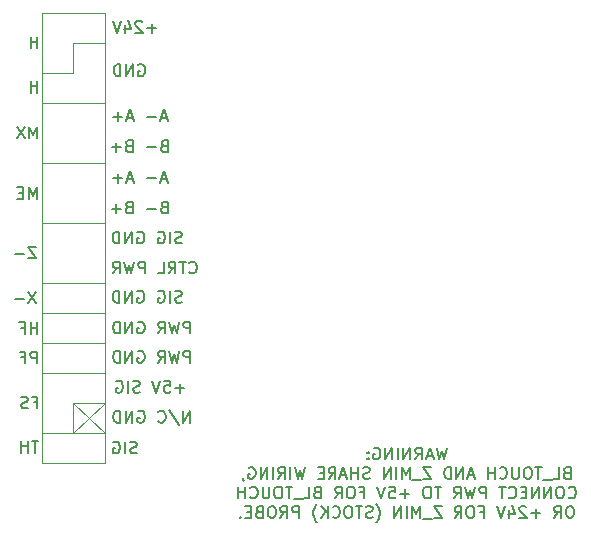
<source format=gbo>
G04 #@! TF.GenerationSoftware,KiCad,Pcbnew,(5.1.9)-1*
G04 #@! TF.CreationDate,2021-04-19T10:33:25-04:00*
G04 #@! TF.ProjectId,Transfer_Board,5472616e-7366-4657-925f-426f6172642e,rev?*
G04 #@! TF.SameCoordinates,Original*
G04 #@! TF.FileFunction,Legend,Bot*
G04 #@! TF.FilePolarity,Positive*
%FSLAX46Y46*%
G04 Gerber Fmt 4.6, Leading zero omitted, Abs format (unit mm)*
G04 Created by KiCad (PCBNEW (5.1.9)-1) date 2021-04-19 10:33:25*
%MOMM*%
%LPD*%
G01*
G04 APERTURE LIST*
%ADD10C,0.150000*%
%ADD11C,0.120000*%
G04 APERTURE END LIST*
D10*
X137873952Y-91465380D02*
X137635857Y-92465380D01*
X137445380Y-91751095D01*
X137254904Y-92465380D01*
X137016809Y-91465380D01*
X136683476Y-92179666D02*
X136207285Y-92179666D01*
X136778714Y-92465380D02*
X136445380Y-91465380D01*
X136112047Y-92465380D01*
X135207285Y-92465380D02*
X135540619Y-91989190D01*
X135778714Y-92465380D02*
X135778714Y-91465380D01*
X135397761Y-91465380D01*
X135302523Y-91513000D01*
X135254904Y-91560619D01*
X135207285Y-91655857D01*
X135207285Y-91798714D01*
X135254904Y-91893952D01*
X135302523Y-91941571D01*
X135397761Y-91989190D01*
X135778714Y-91989190D01*
X134778714Y-92465380D02*
X134778714Y-91465380D01*
X134207285Y-92465380D01*
X134207285Y-91465380D01*
X133731095Y-92465380D02*
X133731095Y-91465380D01*
X133254904Y-92465380D02*
X133254904Y-91465380D01*
X132683476Y-92465380D01*
X132683476Y-91465380D01*
X131683476Y-91513000D02*
X131778714Y-91465380D01*
X131921571Y-91465380D01*
X132064428Y-91513000D01*
X132159666Y-91608238D01*
X132207285Y-91703476D01*
X132254904Y-91893952D01*
X132254904Y-92036809D01*
X132207285Y-92227285D01*
X132159666Y-92322523D01*
X132064428Y-92417761D01*
X131921571Y-92465380D01*
X131826333Y-92465380D01*
X131683476Y-92417761D01*
X131635857Y-92370142D01*
X131635857Y-92036809D01*
X131826333Y-92036809D01*
X131207285Y-92370142D02*
X131159666Y-92417761D01*
X131207285Y-92465380D01*
X131254904Y-92417761D01*
X131207285Y-92370142D01*
X131207285Y-92465380D01*
X131207285Y-91846333D02*
X131159666Y-91893952D01*
X131207285Y-91941571D01*
X131254904Y-91893952D01*
X131207285Y-91846333D01*
X131207285Y-91941571D01*
X148016809Y-93591571D02*
X147873952Y-93639190D01*
X147826333Y-93686809D01*
X147778714Y-93782047D01*
X147778714Y-93924904D01*
X147826333Y-94020142D01*
X147873952Y-94067761D01*
X147969190Y-94115380D01*
X148350142Y-94115380D01*
X148350142Y-93115380D01*
X148016809Y-93115380D01*
X147921571Y-93163000D01*
X147873952Y-93210619D01*
X147826333Y-93305857D01*
X147826333Y-93401095D01*
X147873952Y-93496333D01*
X147921571Y-93543952D01*
X148016809Y-93591571D01*
X148350142Y-93591571D01*
X146873952Y-94115380D02*
X147350142Y-94115380D01*
X147350142Y-93115380D01*
X146778714Y-94210619D02*
X146016809Y-94210619D01*
X145921571Y-93115380D02*
X145350142Y-93115380D01*
X145635857Y-94115380D02*
X145635857Y-93115380D01*
X144826333Y-93115380D02*
X144635857Y-93115380D01*
X144540619Y-93163000D01*
X144445380Y-93258238D01*
X144397761Y-93448714D01*
X144397761Y-93782047D01*
X144445380Y-93972523D01*
X144540619Y-94067761D01*
X144635857Y-94115380D01*
X144826333Y-94115380D01*
X144921571Y-94067761D01*
X145016809Y-93972523D01*
X145064428Y-93782047D01*
X145064428Y-93448714D01*
X145016809Y-93258238D01*
X144921571Y-93163000D01*
X144826333Y-93115380D01*
X143969190Y-93115380D02*
X143969190Y-93924904D01*
X143921571Y-94020142D01*
X143873952Y-94067761D01*
X143778714Y-94115380D01*
X143588238Y-94115380D01*
X143493000Y-94067761D01*
X143445380Y-94020142D01*
X143397761Y-93924904D01*
X143397761Y-93115380D01*
X142350142Y-94020142D02*
X142397761Y-94067761D01*
X142540619Y-94115380D01*
X142635857Y-94115380D01*
X142778714Y-94067761D01*
X142873952Y-93972523D01*
X142921571Y-93877285D01*
X142969190Y-93686809D01*
X142969190Y-93543952D01*
X142921571Y-93353476D01*
X142873952Y-93258238D01*
X142778714Y-93163000D01*
X142635857Y-93115380D01*
X142540619Y-93115380D01*
X142397761Y-93163000D01*
X142350142Y-93210619D01*
X141921571Y-94115380D02*
X141921571Y-93115380D01*
X141921571Y-93591571D02*
X141350142Y-93591571D01*
X141350142Y-94115380D02*
X141350142Y-93115380D01*
X140159666Y-93829666D02*
X139683476Y-93829666D01*
X140254904Y-94115380D02*
X139921571Y-93115380D01*
X139588238Y-94115380D01*
X139254904Y-94115380D02*
X139254904Y-93115380D01*
X138683476Y-94115380D01*
X138683476Y-93115380D01*
X138207285Y-94115380D02*
X138207285Y-93115380D01*
X137969190Y-93115380D01*
X137826333Y-93163000D01*
X137731095Y-93258238D01*
X137683476Y-93353476D01*
X137635857Y-93543952D01*
X137635857Y-93686809D01*
X137683476Y-93877285D01*
X137731095Y-93972523D01*
X137826333Y-94067761D01*
X137969190Y-94115380D01*
X138207285Y-94115380D01*
X136540619Y-93115380D02*
X135873952Y-93115380D01*
X136540619Y-94115380D01*
X135873952Y-94115380D01*
X135731095Y-94210619D02*
X134969190Y-94210619D01*
X134731095Y-94115380D02*
X134731095Y-93115380D01*
X134397761Y-93829666D01*
X134064428Y-93115380D01*
X134064428Y-94115380D01*
X133588238Y-94115380D02*
X133588238Y-93115380D01*
X133112047Y-94115380D02*
X133112047Y-93115380D01*
X132540619Y-94115380D01*
X132540619Y-93115380D01*
X131350142Y-94067761D02*
X131207285Y-94115380D01*
X130969190Y-94115380D01*
X130873952Y-94067761D01*
X130826333Y-94020142D01*
X130778714Y-93924904D01*
X130778714Y-93829666D01*
X130826333Y-93734428D01*
X130873952Y-93686809D01*
X130969190Y-93639190D01*
X131159666Y-93591571D01*
X131254904Y-93543952D01*
X131302523Y-93496333D01*
X131350142Y-93401095D01*
X131350142Y-93305857D01*
X131302523Y-93210619D01*
X131254904Y-93163000D01*
X131159666Y-93115380D01*
X130921571Y-93115380D01*
X130778714Y-93163000D01*
X130350142Y-94115380D02*
X130350142Y-93115380D01*
X130350142Y-93591571D02*
X129778714Y-93591571D01*
X129778714Y-94115380D02*
X129778714Y-93115380D01*
X129350142Y-93829666D02*
X128873952Y-93829666D01*
X129445380Y-94115380D02*
X129112047Y-93115380D01*
X128778714Y-94115380D01*
X127873952Y-94115380D02*
X128207285Y-93639190D01*
X128445380Y-94115380D02*
X128445380Y-93115380D01*
X128064428Y-93115380D01*
X127969190Y-93163000D01*
X127921571Y-93210619D01*
X127873952Y-93305857D01*
X127873952Y-93448714D01*
X127921571Y-93543952D01*
X127969190Y-93591571D01*
X128064428Y-93639190D01*
X128445380Y-93639190D01*
X127445380Y-93591571D02*
X127112047Y-93591571D01*
X126969190Y-94115380D02*
X127445380Y-94115380D01*
X127445380Y-93115380D01*
X126969190Y-93115380D01*
X125873952Y-93115380D02*
X125635857Y-94115380D01*
X125445380Y-93401095D01*
X125254904Y-94115380D01*
X125016809Y-93115380D01*
X124635857Y-94115380D02*
X124635857Y-93115380D01*
X123588238Y-94115380D02*
X123921571Y-93639190D01*
X124159666Y-94115380D02*
X124159666Y-93115380D01*
X123778714Y-93115380D01*
X123683476Y-93163000D01*
X123635857Y-93210619D01*
X123588238Y-93305857D01*
X123588238Y-93448714D01*
X123635857Y-93543952D01*
X123683476Y-93591571D01*
X123778714Y-93639190D01*
X124159666Y-93639190D01*
X123159666Y-94115380D02*
X123159666Y-93115380D01*
X122683476Y-94115380D02*
X122683476Y-93115380D01*
X122112047Y-94115380D01*
X122112047Y-93115380D01*
X121112047Y-93163000D02*
X121207285Y-93115380D01*
X121350142Y-93115380D01*
X121493000Y-93163000D01*
X121588238Y-93258238D01*
X121635857Y-93353476D01*
X121683476Y-93543952D01*
X121683476Y-93686809D01*
X121635857Y-93877285D01*
X121588238Y-93972523D01*
X121493000Y-94067761D01*
X121350142Y-94115380D01*
X121254904Y-94115380D01*
X121112047Y-94067761D01*
X121064428Y-94020142D01*
X121064428Y-93686809D01*
X121254904Y-93686809D01*
X120588238Y-94067761D02*
X120588238Y-94115380D01*
X120635857Y-94210619D01*
X120683476Y-94258238D01*
X148183476Y-95670142D02*
X148231095Y-95717761D01*
X148373952Y-95765380D01*
X148469190Y-95765380D01*
X148612047Y-95717761D01*
X148707285Y-95622523D01*
X148754904Y-95527285D01*
X148802523Y-95336809D01*
X148802523Y-95193952D01*
X148754904Y-95003476D01*
X148707285Y-94908238D01*
X148612047Y-94813000D01*
X148469190Y-94765380D01*
X148373952Y-94765380D01*
X148231095Y-94813000D01*
X148183476Y-94860619D01*
X147564428Y-94765380D02*
X147373952Y-94765380D01*
X147278714Y-94813000D01*
X147183476Y-94908238D01*
X147135857Y-95098714D01*
X147135857Y-95432047D01*
X147183476Y-95622523D01*
X147278714Y-95717761D01*
X147373952Y-95765380D01*
X147564428Y-95765380D01*
X147659666Y-95717761D01*
X147754904Y-95622523D01*
X147802523Y-95432047D01*
X147802523Y-95098714D01*
X147754904Y-94908238D01*
X147659666Y-94813000D01*
X147564428Y-94765380D01*
X146707285Y-95765380D02*
X146707285Y-94765380D01*
X146135857Y-95765380D01*
X146135857Y-94765380D01*
X145659666Y-95765380D02*
X145659666Y-94765380D01*
X145088238Y-95765380D01*
X145088238Y-94765380D01*
X144612047Y-95241571D02*
X144278714Y-95241571D01*
X144135857Y-95765380D02*
X144612047Y-95765380D01*
X144612047Y-94765380D01*
X144135857Y-94765380D01*
X143135857Y-95670142D02*
X143183476Y-95717761D01*
X143326333Y-95765380D01*
X143421571Y-95765380D01*
X143564428Y-95717761D01*
X143659666Y-95622523D01*
X143707285Y-95527285D01*
X143754904Y-95336809D01*
X143754904Y-95193952D01*
X143707285Y-95003476D01*
X143659666Y-94908238D01*
X143564428Y-94813000D01*
X143421571Y-94765380D01*
X143326333Y-94765380D01*
X143183476Y-94813000D01*
X143135857Y-94860619D01*
X142850142Y-94765380D02*
X142278714Y-94765380D01*
X142564428Y-95765380D02*
X142564428Y-94765380D01*
X141183476Y-95765380D02*
X141183476Y-94765380D01*
X140802523Y-94765380D01*
X140707285Y-94813000D01*
X140659666Y-94860619D01*
X140612047Y-94955857D01*
X140612047Y-95098714D01*
X140659666Y-95193952D01*
X140707285Y-95241571D01*
X140802523Y-95289190D01*
X141183476Y-95289190D01*
X140278714Y-94765380D02*
X140040619Y-95765380D01*
X139850142Y-95051095D01*
X139659666Y-95765380D01*
X139421571Y-94765380D01*
X138469190Y-95765380D02*
X138802523Y-95289190D01*
X139040619Y-95765380D02*
X139040619Y-94765380D01*
X138659666Y-94765380D01*
X138564428Y-94813000D01*
X138516809Y-94860619D01*
X138469190Y-94955857D01*
X138469190Y-95098714D01*
X138516809Y-95193952D01*
X138564428Y-95241571D01*
X138659666Y-95289190D01*
X139040619Y-95289190D01*
X137421571Y-94765380D02*
X136850142Y-94765380D01*
X137135857Y-95765380D02*
X137135857Y-94765380D01*
X136326333Y-94765380D02*
X136135857Y-94765380D01*
X136040619Y-94813000D01*
X135945380Y-94908238D01*
X135897761Y-95098714D01*
X135897761Y-95432047D01*
X135945380Y-95622523D01*
X136040619Y-95717761D01*
X136135857Y-95765380D01*
X136326333Y-95765380D01*
X136421571Y-95717761D01*
X136516809Y-95622523D01*
X136564428Y-95432047D01*
X136564428Y-95098714D01*
X136516809Y-94908238D01*
X136421571Y-94813000D01*
X136326333Y-94765380D01*
X134707285Y-95384428D02*
X133945380Y-95384428D01*
X134326333Y-95765380D02*
X134326333Y-95003476D01*
X132993000Y-94765380D02*
X133469190Y-94765380D01*
X133516809Y-95241571D01*
X133469190Y-95193952D01*
X133373952Y-95146333D01*
X133135857Y-95146333D01*
X133040619Y-95193952D01*
X132993000Y-95241571D01*
X132945380Y-95336809D01*
X132945380Y-95574904D01*
X132993000Y-95670142D01*
X133040619Y-95717761D01*
X133135857Y-95765380D01*
X133373952Y-95765380D01*
X133469190Y-95717761D01*
X133516809Y-95670142D01*
X132659666Y-94765380D02*
X132326333Y-95765380D01*
X131993000Y-94765380D01*
X130564428Y-95241571D02*
X130897761Y-95241571D01*
X130897761Y-95765380D02*
X130897761Y-94765380D01*
X130421571Y-94765380D01*
X129850142Y-94765380D02*
X129659666Y-94765380D01*
X129564428Y-94813000D01*
X129469190Y-94908238D01*
X129421571Y-95098714D01*
X129421571Y-95432047D01*
X129469190Y-95622523D01*
X129564428Y-95717761D01*
X129659666Y-95765380D01*
X129850142Y-95765380D01*
X129945380Y-95717761D01*
X130040619Y-95622523D01*
X130088238Y-95432047D01*
X130088238Y-95098714D01*
X130040619Y-94908238D01*
X129945380Y-94813000D01*
X129850142Y-94765380D01*
X128421571Y-95765380D02*
X128754904Y-95289190D01*
X128993000Y-95765380D02*
X128993000Y-94765380D01*
X128612047Y-94765380D01*
X128516809Y-94813000D01*
X128469190Y-94860619D01*
X128421571Y-94955857D01*
X128421571Y-95098714D01*
X128469190Y-95193952D01*
X128516809Y-95241571D01*
X128612047Y-95289190D01*
X128993000Y-95289190D01*
X126897761Y-95241571D02*
X126754904Y-95289190D01*
X126707285Y-95336809D01*
X126659666Y-95432047D01*
X126659666Y-95574904D01*
X126707285Y-95670142D01*
X126754904Y-95717761D01*
X126850142Y-95765380D01*
X127231095Y-95765380D01*
X127231095Y-94765380D01*
X126897761Y-94765380D01*
X126802523Y-94813000D01*
X126754904Y-94860619D01*
X126707285Y-94955857D01*
X126707285Y-95051095D01*
X126754904Y-95146333D01*
X126802523Y-95193952D01*
X126897761Y-95241571D01*
X127231095Y-95241571D01*
X125754904Y-95765380D02*
X126231095Y-95765380D01*
X126231095Y-94765380D01*
X125659666Y-95860619D02*
X124897761Y-95860619D01*
X124802523Y-94765380D02*
X124231095Y-94765380D01*
X124516809Y-95765380D02*
X124516809Y-94765380D01*
X123707285Y-94765380D02*
X123516809Y-94765380D01*
X123421571Y-94813000D01*
X123326333Y-94908238D01*
X123278714Y-95098714D01*
X123278714Y-95432047D01*
X123326333Y-95622523D01*
X123421571Y-95717761D01*
X123516809Y-95765380D01*
X123707285Y-95765380D01*
X123802523Y-95717761D01*
X123897761Y-95622523D01*
X123945380Y-95432047D01*
X123945380Y-95098714D01*
X123897761Y-94908238D01*
X123802523Y-94813000D01*
X123707285Y-94765380D01*
X122850142Y-94765380D02*
X122850142Y-95574904D01*
X122802523Y-95670142D01*
X122754904Y-95717761D01*
X122659666Y-95765380D01*
X122469190Y-95765380D01*
X122373952Y-95717761D01*
X122326333Y-95670142D01*
X122278714Y-95574904D01*
X122278714Y-94765380D01*
X121231095Y-95670142D02*
X121278714Y-95717761D01*
X121421571Y-95765380D01*
X121516809Y-95765380D01*
X121659666Y-95717761D01*
X121754904Y-95622523D01*
X121802523Y-95527285D01*
X121850142Y-95336809D01*
X121850142Y-95193952D01*
X121802523Y-95003476D01*
X121754904Y-94908238D01*
X121659666Y-94813000D01*
X121516809Y-94765380D01*
X121421571Y-94765380D01*
X121278714Y-94813000D01*
X121231095Y-94860619D01*
X120802523Y-95765380D02*
X120802523Y-94765380D01*
X120802523Y-95241571D02*
X120231095Y-95241571D01*
X120231095Y-95765380D02*
X120231095Y-94765380D01*
X148397761Y-96415380D02*
X148207285Y-96415380D01*
X148112047Y-96463000D01*
X148016809Y-96558238D01*
X147969190Y-96748714D01*
X147969190Y-97082047D01*
X148016809Y-97272523D01*
X148112047Y-97367761D01*
X148207285Y-97415380D01*
X148397761Y-97415380D01*
X148493000Y-97367761D01*
X148588238Y-97272523D01*
X148635857Y-97082047D01*
X148635857Y-96748714D01*
X148588238Y-96558238D01*
X148493000Y-96463000D01*
X148397761Y-96415380D01*
X146969190Y-97415380D02*
X147302523Y-96939190D01*
X147540619Y-97415380D02*
X147540619Y-96415380D01*
X147159666Y-96415380D01*
X147064428Y-96463000D01*
X147016809Y-96510619D01*
X146969190Y-96605857D01*
X146969190Y-96748714D01*
X147016809Y-96843952D01*
X147064428Y-96891571D01*
X147159666Y-96939190D01*
X147540619Y-96939190D01*
X145778714Y-97034428D02*
X145016809Y-97034428D01*
X145397761Y-97415380D02*
X145397761Y-96653476D01*
X144588238Y-96510619D02*
X144540619Y-96463000D01*
X144445380Y-96415380D01*
X144207285Y-96415380D01*
X144112047Y-96463000D01*
X144064428Y-96510619D01*
X144016809Y-96605857D01*
X144016809Y-96701095D01*
X144064428Y-96843952D01*
X144635857Y-97415380D01*
X144016809Y-97415380D01*
X143159666Y-96748714D02*
X143159666Y-97415380D01*
X143397761Y-96367761D02*
X143635857Y-97082047D01*
X143016809Y-97082047D01*
X142778714Y-96415380D02*
X142445380Y-97415380D01*
X142112047Y-96415380D01*
X140683476Y-96891571D02*
X141016809Y-96891571D01*
X141016809Y-97415380D02*
X141016809Y-96415380D01*
X140540619Y-96415380D01*
X139969190Y-96415380D02*
X139778714Y-96415380D01*
X139683476Y-96463000D01*
X139588238Y-96558238D01*
X139540619Y-96748714D01*
X139540619Y-97082047D01*
X139588238Y-97272523D01*
X139683476Y-97367761D01*
X139778714Y-97415380D01*
X139969190Y-97415380D01*
X140064428Y-97367761D01*
X140159666Y-97272523D01*
X140207285Y-97082047D01*
X140207285Y-96748714D01*
X140159666Y-96558238D01*
X140064428Y-96463000D01*
X139969190Y-96415380D01*
X138540619Y-97415380D02*
X138873952Y-96939190D01*
X139112047Y-97415380D02*
X139112047Y-96415380D01*
X138731095Y-96415380D01*
X138635857Y-96463000D01*
X138588238Y-96510619D01*
X138540619Y-96605857D01*
X138540619Y-96748714D01*
X138588238Y-96843952D01*
X138635857Y-96891571D01*
X138731095Y-96939190D01*
X139112047Y-96939190D01*
X137445380Y-96415380D02*
X136778714Y-96415380D01*
X137445380Y-97415380D01*
X136778714Y-97415380D01*
X136635857Y-97510619D02*
X135873952Y-97510619D01*
X135635857Y-97415380D02*
X135635857Y-96415380D01*
X135302523Y-97129666D01*
X134969190Y-96415380D01*
X134969190Y-97415380D01*
X134493000Y-97415380D02*
X134493000Y-96415380D01*
X134016809Y-97415380D02*
X134016809Y-96415380D01*
X133445380Y-97415380D01*
X133445380Y-96415380D01*
X131921571Y-97796333D02*
X131969190Y-97748714D01*
X132064428Y-97605857D01*
X132112047Y-97510619D01*
X132159666Y-97367761D01*
X132207285Y-97129666D01*
X132207285Y-96939190D01*
X132159666Y-96701095D01*
X132112047Y-96558238D01*
X132064428Y-96463000D01*
X131969190Y-96320142D01*
X131921571Y-96272523D01*
X131588238Y-97367761D02*
X131445380Y-97415380D01*
X131207285Y-97415380D01*
X131112047Y-97367761D01*
X131064428Y-97320142D01*
X131016809Y-97224904D01*
X131016809Y-97129666D01*
X131064428Y-97034428D01*
X131112047Y-96986809D01*
X131207285Y-96939190D01*
X131397761Y-96891571D01*
X131493000Y-96843952D01*
X131540619Y-96796333D01*
X131588238Y-96701095D01*
X131588238Y-96605857D01*
X131540619Y-96510619D01*
X131493000Y-96463000D01*
X131397761Y-96415380D01*
X131159666Y-96415380D01*
X131016809Y-96463000D01*
X130731095Y-96415380D02*
X130159666Y-96415380D01*
X130445380Y-97415380D02*
X130445380Y-96415380D01*
X129635857Y-96415380D02*
X129445380Y-96415380D01*
X129350142Y-96463000D01*
X129254904Y-96558238D01*
X129207285Y-96748714D01*
X129207285Y-97082047D01*
X129254904Y-97272523D01*
X129350142Y-97367761D01*
X129445380Y-97415380D01*
X129635857Y-97415380D01*
X129731095Y-97367761D01*
X129826333Y-97272523D01*
X129873952Y-97082047D01*
X129873952Y-96748714D01*
X129826333Y-96558238D01*
X129731095Y-96463000D01*
X129635857Y-96415380D01*
X128207285Y-97320142D02*
X128254904Y-97367761D01*
X128397761Y-97415380D01*
X128493000Y-97415380D01*
X128635857Y-97367761D01*
X128731095Y-97272523D01*
X128778714Y-97177285D01*
X128826333Y-96986809D01*
X128826333Y-96843952D01*
X128778714Y-96653476D01*
X128731095Y-96558238D01*
X128635857Y-96463000D01*
X128493000Y-96415380D01*
X128397761Y-96415380D01*
X128254904Y-96463000D01*
X128207285Y-96510619D01*
X127778714Y-97415380D02*
X127778714Y-96415380D01*
X127207285Y-97415380D02*
X127635857Y-96843952D01*
X127207285Y-96415380D02*
X127778714Y-96986809D01*
X126873952Y-97796333D02*
X126826333Y-97748714D01*
X126731095Y-97605857D01*
X126683476Y-97510619D01*
X126635857Y-97367761D01*
X126588238Y-97129666D01*
X126588238Y-96939190D01*
X126635857Y-96701095D01*
X126683476Y-96558238D01*
X126731095Y-96463000D01*
X126826333Y-96320142D01*
X126873952Y-96272523D01*
X125350142Y-97415380D02*
X125350142Y-96415380D01*
X124969190Y-96415380D01*
X124873952Y-96463000D01*
X124826333Y-96510619D01*
X124778714Y-96605857D01*
X124778714Y-96748714D01*
X124826333Y-96843952D01*
X124873952Y-96891571D01*
X124969190Y-96939190D01*
X125350142Y-96939190D01*
X123778714Y-97415380D02*
X124112047Y-96939190D01*
X124350142Y-97415380D02*
X124350142Y-96415380D01*
X123969190Y-96415380D01*
X123873952Y-96463000D01*
X123826333Y-96510619D01*
X123778714Y-96605857D01*
X123778714Y-96748714D01*
X123826333Y-96843952D01*
X123873952Y-96891571D01*
X123969190Y-96939190D01*
X124350142Y-96939190D01*
X123159666Y-96415380D02*
X122969190Y-96415380D01*
X122873952Y-96463000D01*
X122778714Y-96558238D01*
X122731095Y-96748714D01*
X122731095Y-97082047D01*
X122778714Y-97272523D01*
X122873952Y-97367761D01*
X122969190Y-97415380D01*
X123159666Y-97415380D01*
X123254904Y-97367761D01*
X123350142Y-97272523D01*
X123397761Y-97082047D01*
X123397761Y-96748714D01*
X123350142Y-96558238D01*
X123254904Y-96463000D01*
X123159666Y-96415380D01*
X121969190Y-96891571D02*
X121826333Y-96939190D01*
X121778714Y-96986809D01*
X121731095Y-97082047D01*
X121731095Y-97224904D01*
X121778714Y-97320142D01*
X121826333Y-97367761D01*
X121921571Y-97415380D01*
X122302523Y-97415380D01*
X122302523Y-96415380D01*
X121969190Y-96415380D01*
X121873952Y-96463000D01*
X121826333Y-96510619D01*
X121778714Y-96605857D01*
X121778714Y-96701095D01*
X121826333Y-96796333D01*
X121873952Y-96843952D01*
X121969190Y-96891571D01*
X122302523Y-96891571D01*
X121302523Y-96891571D02*
X120969190Y-96891571D01*
X120826333Y-97415380D02*
X121302523Y-97415380D01*
X121302523Y-96415380D01*
X120826333Y-96415380D01*
X120397761Y-97320142D02*
X120350142Y-97367761D01*
X120397761Y-97415380D01*
X120445380Y-97367761D01*
X120397761Y-97320142D01*
X120397761Y-97415380D01*
X115656952Y-86431428D02*
X114895047Y-86431428D01*
X115276000Y-86812380D02*
X115276000Y-86050476D01*
X113942666Y-85812380D02*
X114418857Y-85812380D01*
X114466476Y-86288571D01*
X114418857Y-86240952D01*
X114323619Y-86193333D01*
X114085523Y-86193333D01*
X113990285Y-86240952D01*
X113942666Y-86288571D01*
X113895047Y-86383809D01*
X113895047Y-86621904D01*
X113942666Y-86717142D01*
X113990285Y-86764761D01*
X114085523Y-86812380D01*
X114323619Y-86812380D01*
X114418857Y-86764761D01*
X114466476Y-86717142D01*
X113609333Y-85812380D02*
X113276000Y-86812380D01*
X112942666Y-85812380D01*
X111895047Y-86764761D02*
X111752190Y-86812380D01*
X111514095Y-86812380D01*
X111418857Y-86764761D01*
X111371238Y-86717142D01*
X111323619Y-86621904D01*
X111323619Y-86526666D01*
X111371238Y-86431428D01*
X111418857Y-86383809D01*
X111514095Y-86336190D01*
X111704571Y-86288571D01*
X111799809Y-86240952D01*
X111847428Y-86193333D01*
X111895047Y-86098095D01*
X111895047Y-86002857D01*
X111847428Y-85907619D01*
X111799809Y-85860000D01*
X111704571Y-85812380D01*
X111466476Y-85812380D01*
X111323619Y-85860000D01*
X110895047Y-86812380D02*
X110895047Y-85812380D01*
X109895047Y-85860000D02*
X109990285Y-85812380D01*
X110133142Y-85812380D01*
X110276000Y-85860000D01*
X110371238Y-85955238D01*
X110418857Y-86050476D01*
X110466476Y-86240952D01*
X110466476Y-86383809D01*
X110418857Y-86574285D01*
X110371238Y-86669523D01*
X110276000Y-86764761D01*
X110133142Y-86812380D01*
X110037904Y-86812380D01*
X109895047Y-86764761D01*
X109847428Y-86717142D01*
X109847428Y-86383809D01*
X110037904Y-86383809D01*
X116117285Y-89352380D02*
X116117285Y-88352380D01*
X115545857Y-89352380D01*
X115545857Y-88352380D01*
X114355380Y-88304761D02*
X115212523Y-89590476D01*
X113450619Y-89257142D02*
X113498238Y-89304761D01*
X113641095Y-89352380D01*
X113736333Y-89352380D01*
X113879190Y-89304761D01*
X113974428Y-89209523D01*
X114022047Y-89114285D01*
X114069666Y-88923809D01*
X114069666Y-88780952D01*
X114022047Y-88590476D01*
X113974428Y-88495238D01*
X113879190Y-88400000D01*
X113736333Y-88352380D01*
X113641095Y-88352380D01*
X113498238Y-88400000D01*
X113450619Y-88447619D01*
X111736333Y-88400000D02*
X111831571Y-88352380D01*
X111974428Y-88352380D01*
X112117285Y-88400000D01*
X112212523Y-88495238D01*
X112260142Y-88590476D01*
X112307761Y-88780952D01*
X112307761Y-88923809D01*
X112260142Y-89114285D01*
X112212523Y-89209523D01*
X112117285Y-89304761D01*
X111974428Y-89352380D01*
X111879190Y-89352380D01*
X111736333Y-89304761D01*
X111688714Y-89257142D01*
X111688714Y-88923809D01*
X111879190Y-88923809D01*
X111260142Y-89352380D02*
X111260142Y-88352380D01*
X110688714Y-89352380D01*
X110688714Y-88352380D01*
X110212523Y-89352380D02*
X110212523Y-88352380D01*
X109974428Y-88352380D01*
X109831571Y-88400000D01*
X109736333Y-88495238D01*
X109688714Y-88590476D01*
X109641095Y-88780952D01*
X109641095Y-88923809D01*
X109688714Y-89114285D01*
X109736333Y-89209523D01*
X109831571Y-89304761D01*
X109974428Y-89352380D01*
X110212523Y-89352380D01*
X111640809Y-91908261D02*
X111497952Y-91955880D01*
X111259857Y-91955880D01*
X111164619Y-91908261D01*
X111117000Y-91860642D01*
X111069380Y-91765404D01*
X111069380Y-91670166D01*
X111117000Y-91574928D01*
X111164619Y-91527309D01*
X111259857Y-91479690D01*
X111450333Y-91432071D01*
X111545571Y-91384452D01*
X111593190Y-91336833D01*
X111640809Y-91241595D01*
X111640809Y-91146357D01*
X111593190Y-91051119D01*
X111545571Y-91003500D01*
X111450333Y-90955880D01*
X111212238Y-90955880D01*
X111069380Y-91003500D01*
X110640809Y-91955880D02*
X110640809Y-90955880D01*
X109640809Y-91003500D02*
X109736047Y-90955880D01*
X109878904Y-90955880D01*
X110021761Y-91003500D01*
X110117000Y-91098738D01*
X110164619Y-91193976D01*
X110212238Y-91384452D01*
X110212238Y-91527309D01*
X110164619Y-91717785D01*
X110117000Y-91813023D01*
X110021761Y-91908261D01*
X109878904Y-91955880D01*
X109783666Y-91955880D01*
X109640809Y-91908261D01*
X109593190Y-91860642D01*
X109593190Y-91527309D01*
X109783666Y-91527309D01*
X116141095Y-84272380D02*
X116141095Y-83272380D01*
X115760142Y-83272380D01*
X115664904Y-83320000D01*
X115617285Y-83367619D01*
X115569666Y-83462857D01*
X115569666Y-83605714D01*
X115617285Y-83700952D01*
X115664904Y-83748571D01*
X115760142Y-83796190D01*
X116141095Y-83796190D01*
X115236333Y-83272380D02*
X114998238Y-84272380D01*
X114807761Y-83558095D01*
X114617285Y-84272380D01*
X114379190Y-83272380D01*
X113426809Y-84272380D02*
X113760142Y-83796190D01*
X113998238Y-84272380D02*
X113998238Y-83272380D01*
X113617285Y-83272380D01*
X113522047Y-83320000D01*
X113474428Y-83367619D01*
X113426809Y-83462857D01*
X113426809Y-83605714D01*
X113474428Y-83700952D01*
X113522047Y-83748571D01*
X113617285Y-83796190D01*
X113998238Y-83796190D01*
X111712523Y-83320000D02*
X111807761Y-83272380D01*
X111950619Y-83272380D01*
X112093476Y-83320000D01*
X112188714Y-83415238D01*
X112236333Y-83510476D01*
X112283952Y-83700952D01*
X112283952Y-83843809D01*
X112236333Y-84034285D01*
X112188714Y-84129523D01*
X112093476Y-84224761D01*
X111950619Y-84272380D01*
X111855380Y-84272380D01*
X111712523Y-84224761D01*
X111664904Y-84177142D01*
X111664904Y-83843809D01*
X111855380Y-83843809D01*
X111236333Y-84272380D02*
X111236333Y-83272380D01*
X110664904Y-84272380D01*
X110664904Y-83272380D01*
X110188714Y-84272380D02*
X110188714Y-83272380D01*
X109950619Y-83272380D01*
X109807761Y-83320000D01*
X109712523Y-83415238D01*
X109664904Y-83510476D01*
X109617285Y-83700952D01*
X109617285Y-83843809D01*
X109664904Y-84034285D01*
X109712523Y-84129523D01*
X109807761Y-84224761D01*
X109950619Y-84272380D01*
X110188714Y-84272380D01*
X116141095Y-81795880D02*
X116141095Y-80795880D01*
X115760142Y-80795880D01*
X115664904Y-80843500D01*
X115617285Y-80891119D01*
X115569666Y-80986357D01*
X115569666Y-81129214D01*
X115617285Y-81224452D01*
X115664904Y-81272071D01*
X115760142Y-81319690D01*
X116141095Y-81319690D01*
X115236333Y-80795880D02*
X114998238Y-81795880D01*
X114807761Y-81081595D01*
X114617285Y-81795880D01*
X114379190Y-80795880D01*
X113426809Y-81795880D02*
X113760142Y-81319690D01*
X113998238Y-81795880D02*
X113998238Y-80795880D01*
X113617285Y-80795880D01*
X113522047Y-80843500D01*
X113474428Y-80891119D01*
X113426809Y-80986357D01*
X113426809Y-81129214D01*
X113474428Y-81224452D01*
X113522047Y-81272071D01*
X113617285Y-81319690D01*
X113998238Y-81319690D01*
X111712523Y-80843500D02*
X111807761Y-80795880D01*
X111950619Y-80795880D01*
X112093476Y-80843500D01*
X112188714Y-80938738D01*
X112236333Y-81033976D01*
X112283952Y-81224452D01*
X112283952Y-81367309D01*
X112236333Y-81557785D01*
X112188714Y-81653023D01*
X112093476Y-81748261D01*
X111950619Y-81795880D01*
X111855380Y-81795880D01*
X111712523Y-81748261D01*
X111664904Y-81700642D01*
X111664904Y-81367309D01*
X111855380Y-81367309D01*
X111236333Y-81795880D02*
X111236333Y-80795880D01*
X110664904Y-81795880D01*
X110664904Y-80795880D01*
X110188714Y-81795880D02*
X110188714Y-80795880D01*
X109950619Y-80795880D01*
X109807761Y-80843500D01*
X109712523Y-80938738D01*
X109664904Y-81033976D01*
X109617285Y-81224452D01*
X109617285Y-81367309D01*
X109664904Y-81557785D01*
X109712523Y-81653023D01*
X109807761Y-81748261D01*
X109950619Y-81795880D01*
X110188714Y-81795880D01*
X115450571Y-79144761D02*
X115307714Y-79192380D01*
X115069619Y-79192380D01*
X114974380Y-79144761D01*
X114926761Y-79097142D01*
X114879142Y-79001904D01*
X114879142Y-78906666D01*
X114926761Y-78811428D01*
X114974380Y-78763809D01*
X115069619Y-78716190D01*
X115260095Y-78668571D01*
X115355333Y-78620952D01*
X115402952Y-78573333D01*
X115450571Y-78478095D01*
X115450571Y-78382857D01*
X115402952Y-78287619D01*
X115355333Y-78240000D01*
X115260095Y-78192380D01*
X115022000Y-78192380D01*
X114879142Y-78240000D01*
X114450571Y-79192380D02*
X114450571Y-78192380D01*
X113450571Y-78240000D02*
X113545809Y-78192380D01*
X113688666Y-78192380D01*
X113831523Y-78240000D01*
X113926761Y-78335238D01*
X113974380Y-78430476D01*
X114022000Y-78620952D01*
X114022000Y-78763809D01*
X113974380Y-78954285D01*
X113926761Y-79049523D01*
X113831523Y-79144761D01*
X113688666Y-79192380D01*
X113593428Y-79192380D01*
X113450571Y-79144761D01*
X113402952Y-79097142D01*
X113402952Y-78763809D01*
X113593428Y-78763809D01*
X111688666Y-78240000D02*
X111783904Y-78192380D01*
X111926761Y-78192380D01*
X112069619Y-78240000D01*
X112164857Y-78335238D01*
X112212476Y-78430476D01*
X112260095Y-78620952D01*
X112260095Y-78763809D01*
X112212476Y-78954285D01*
X112164857Y-79049523D01*
X112069619Y-79144761D01*
X111926761Y-79192380D01*
X111831523Y-79192380D01*
X111688666Y-79144761D01*
X111641047Y-79097142D01*
X111641047Y-78763809D01*
X111831523Y-78763809D01*
X111212476Y-79192380D02*
X111212476Y-78192380D01*
X110641047Y-79192380D01*
X110641047Y-78192380D01*
X110164857Y-79192380D02*
X110164857Y-78192380D01*
X109926761Y-78192380D01*
X109783904Y-78240000D01*
X109688666Y-78335238D01*
X109641047Y-78430476D01*
X109593428Y-78620952D01*
X109593428Y-78763809D01*
X109641047Y-78954285D01*
X109688666Y-79049523D01*
X109783904Y-79144761D01*
X109926761Y-79192380D01*
X110164857Y-79192380D01*
X116085571Y-76620642D02*
X116133190Y-76668261D01*
X116276047Y-76715880D01*
X116371285Y-76715880D01*
X116514142Y-76668261D01*
X116609380Y-76573023D01*
X116657000Y-76477785D01*
X116704619Y-76287309D01*
X116704619Y-76144452D01*
X116657000Y-75953976D01*
X116609380Y-75858738D01*
X116514142Y-75763500D01*
X116371285Y-75715880D01*
X116276047Y-75715880D01*
X116133190Y-75763500D01*
X116085571Y-75811119D01*
X115799857Y-75715880D02*
X115228428Y-75715880D01*
X115514142Y-76715880D02*
X115514142Y-75715880D01*
X114323666Y-76715880D02*
X114657000Y-76239690D01*
X114895095Y-76715880D02*
X114895095Y-75715880D01*
X114514142Y-75715880D01*
X114418904Y-75763500D01*
X114371285Y-75811119D01*
X114323666Y-75906357D01*
X114323666Y-76049214D01*
X114371285Y-76144452D01*
X114418904Y-76192071D01*
X114514142Y-76239690D01*
X114895095Y-76239690D01*
X113418904Y-76715880D02*
X113895095Y-76715880D01*
X113895095Y-75715880D01*
X112323666Y-76715880D02*
X112323666Y-75715880D01*
X111942714Y-75715880D01*
X111847476Y-75763500D01*
X111799857Y-75811119D01*
X111752238Y-75906357D01*
X111752238Y-76049214D01*
X111799857Y-76144452D01*
X111847476Y-76192071D01*
X111942714Y-76239690D01*
X112323666Y-76239690D01*
X111418904Y-75715880D02*
X111180809Y-76715880D01*
X110990333Y-76001595D01*
X110799857Y-76715880D01*
X110561761Y-75715880D01*
X109609380Y-76715880D02*
X109942714Y-76239690D01*
X110180809Y-76715880D02*
X110180809Y-75715880D01*
X109799857Y-75715880D01*
X109704619Y-75763500D01*
X109657000Y-75811119D01*
X109609380Y-75906357D01*
X109609380Y-76049214D01*
X109657000Y-76144452D01*
X109704619Y-76192071D01*
X109799857Y-76239690D01*
X110180809Y-76239690D01*
X115450571Y-74128261D02*
X115307714Y-74175880D01*
X115069619Y-74175880D01*
X114974380Y-74128261D01*
X114926761Y-74080642D01*
X114879142Y-73985404D01*
X114879142Y-73890166D01*
X114926761Y-73794928D01*
X114974380Y-73747309D01*
X115069619Y-73699690D01*
X115260095Y-73652071D01*
X115355333Y-73604452D01*
X115402952Y-73556833D01*
X115450571Y-73461595D01*
X115450571Y-73366357D01*
X115402952Y-73271119D01*
X115355333Y-73223500D01*
X115260095Y-73175880D01*
X115022000Y-73175880D01*
X114879142Y-73223500D01*
X114450571Y-74175880D02*
X114450571Y-73175880D01*
X113450571Y-73223500D02*
X113545809Y-73175880D01*
X113688666Y-73175880D01*
X113831523Y-73223500D01*
X113926761Y-73318738D01*
X113974380Y-73413976D01*
X114022000Y-73604452D01*
X114022000Y-73747309D01*
X113974380Y-73937785D01*
X113926761Y-74033023D01*
X113831523Y-74128261D01*
X113688666Y-74175880D01*
X113593428Y-74175880D01*
X113450571Y-74128261D01*
X113402952Y-74080642D01*
X113402952Y-73747309D01*
X113593428Y-73747309D01*
X111688666Y-73223500D02*
X111783904Y-73175880D01*
X111926761Y-73175880D01*
X112069619Y-73223500D01*
X112164857Y-73318738D01*
X112212476Y-73413976D01*
X112260095Y-73604452D01*
X112260095Y-73747309D01*
X112212476Y-73937785D01*
X112164857Y-74033023D01*
X112069619Y-74128261D01*
X111926761Y-74175880D01*
X111831523Y-74175880D01*
X111688666Y-74128261D01*
X111641047Y-74080642D01*
X111641047Y-73747309D01*
X111831523Y-73747309D01*
X111212476Y-74175880D02*
X111212476Y-73175880D01*
X110641047Y-74175880D01*
X110641047Y-73175880D01*
X110164857Y-74175880D02*
X110164857Y-73175880D01*
X109926761Y-73175880D01*
X109783904Y-73223500D01*
X109688666Y-73318738D01*
X109641047Y-73413976D01*
X109593428Y-73604452D01*
X109593428Y-73747309D01*
X109641047Y-73937785D01*
X109688666Y-74033023D01*
X109783904Y-74128261D01*
X109926761Y-74175880D01*
X110164857Y-74175880D01*
X114172714Y-68746666D02*
X113696523Y-68746666D01*
X114267952Y-69032380D02*
X113934619Y-68032380D01*
X113601285Y-69032380D01*
X113267952Y-68651428D02*
X112506047Y-68651428D01*
X111315571Y-68746666D02*
X110839380Y-68746666D01*
X111410809Y-69032380D02*
X111077476Y-68032380D01*
X110744142Y-69032380D01*
X110410809Y-68651428D02*
X109648904Y-68651428D01*
X110029857Y-69032380D02*
X110029857Y-68270476D01*
X113934619Y-71112071D02*
X113791761Y-71159690D01*
X113744142Y-71207309D01*
X113696523Y-71302547D01*
X113696523Y-71445404D01*
X113744142Y-71540642D01*
X113791761Y-71588261D01*
X113887000Y-71635880D01*
X114267952Y-71635880D01*
X114267952Y-70635880D01*
X113934619Y-70635880D01*
X113839380Y-70683500D01*
X113791761Y-70731119D01*
X113744142Y-70826357D01*
X113744142Y-70921595D01*
X113791761Y-71016833D01*
X113839380Y-71064452D01*
X113934619Y-71112071D01*
X114267952Y-71112071D01*
X113267952Y-71254928D02*
X112506047Y-71254928D01*
X110934619Y-71112071D02*
X110791761Y-71159690D01*
X110744142Y-71207309D01*
X110696523Y-71302547D01*
X110696523Y-71445404D01*
X110744142Y-71540642D01*
X110791761Y-71588261D01*
X110887000Y-71635880D01*
X111267952Y-71635880D01*
X111267952Y-70635880D01*
X110934619Y-70635880D01*
X110839380Y-70683500D01*
X110791761Y-70731119D01*
X110744142Y-70826357D01*
X110744142Y-70921595D01*
X110791761Y-71016833D01*
X110839380Y-71064452D01*
X110934619Y-71112071D01*
X111267952Y-71112071D01*
X110267952Y-71254928D02*
X109506047Y-71254928D01*
X109887000Y-71635880D02*
X109887000Y-70873976D01*
X113934619Y-65905071D02*
X113791761Y-65952690D01*
X113744142Y-66000309D01*
X113696523Y-66095547D01*
X113696523Y-66238404D01*
X113744142Y-66333642D01*
X113791761Y-66381261D01*
X113887000Y-66428880D01*
X114267952Y-66428880D01*
X114267952Y-65428880D01*
X113934619Y-65428880D01*
X113839380Y-65476500D01*
X113791761Y-65524119D01*
X113744142Y-65619357D01*
X113744142Y-65714595D01*
X113791761Y-65809833D01*
X113839380Y-65857452D01*
X113934619Y-65905071D01*
X114267952Y-65905071D01*
X113267952Y-66047928D02*
X112506047Y-66047928D01*
X110934619Y-65905071D02*
X110791761Y-65952690D01*
X110744142Y-66000309D01*
X110696523Y-66095547D01*
X110696523Y-66238404D01*
X110744142Y-66333642D01*
X110791761Y-66381261D01*
X110887000Y-66428880D01*
X111267952Y-66428880D01*
X111267952Y-65428880D01*
X110934619Y-65428880D01*
X110839380Y-65476500D01*
X110791761Y-65524119D01*
X110744142Y-65619357D01*
X110744142Y-65714595D01*
X110791761Y-65809833D01*
X110839380Y-65857452D01*
X110934619Y-65905071D01*
X111267952Y-65905071D01*
X110267952Y-66047928D02*
X109506047Y-66047928D01*
X109887000Y-66428880D02*
X109887000Y-65666976D01*
X114172714Y-63539666D02*
X113696523Y-63539666D01*
X114267952Y-63825380D02*
X113934619Y-62825380D01*
X113601285Y-63825380D01*
X113267952Y-63444428D02*
X112506047Y-63444428D01*
X111315571Y-63539666D02*
X110839380Y-63539666D01*
X111410809Y-63825380D02*
X111077476Y-62825380D01*
X110744142Y-63825380D01*
X110410809Y-63444428D02*
X109648904Y-63444428D01*
X110029857Y-63825380D02*
X110029857Y-63063476D01*
X111759904Y-59063000D02*
X111855142Y-59015380D01*
X111998000Y-59015380D01*
X112140857Y-59063000D01*
X112236095Y-59158238D01*
X112283714Y-59253476D01*
X112331333Y-59443952D01*
X112331333Y-59586809D01*
X112283714Y-59777285D01*
X112236095Y-59872523D01*
X112140857Y-59967761D01*
X111998000Y-60015380D01*
X111902761Y-60015380D01*
X111759904Y-59967761D01*
X111712285Y-59920142D01*
X111712285Y-59586809D01*
X111902761Y-59586809D01*
X111283714Y-60015380D02*
X111283714Y-59015380D01*
X110712285Y-60015380D01*
X110712285Y-59015380D01*
X110236095Y-60015380D02*
X110236095Y-59015380D01*
X109998000Y-59015380D01*
X109855142Y-59063000D01*
X109759904Y-59158238D01*
X109712285Y-59253476D01*
X109664666Y-59443952D01*
X109664666Y-59586809D01*
X109712285Y-59777285D01*
X109759904Y-59872523D01*
X109855142Y-59967761D01*
X109998000Y-60015380D01*
X110236095Y-60015380D01*
X113267904Y-55951428D02*
X112506000Y-55951428D01*
X112886952Y-56332380D02*
X112886952Y-55570476D01*
X112077428Y-55427619D02*
X112029809Y-55380000D01*
X111934571Y-55332380D01*
X111696476Y-55332380D01*
X111601238Y-55380000D01*
X111553619Y-55427619D01*
X111506000Y-55522857D01*
X111506000Y-55618095D01*
X111553619Y-55760952D01*
X112125047Y-56332380D01*
X111506000Y-56332380D01*
X110648857Y-55665714D02*
X110648857Y-56332380D01*
X110886952Y-55284761D02*
X111125047Y-55999047D01*
X110506000Y-55999047D01*
X110267904Y-55332380D02*
X109934571Y-56332380D01*
X109601238Y-55332380D01*
X103219214Y-57665880D02*
X103219214Y-56665880D01*
X103219214Y-57142071D02*
X102647785Y-57142071D01*
X102647785Y-57665880D02*
X102647785Y-56665880D01*
X103219214Y-61412380D02*
X103219214Y-60412380D01*
X103219214Y-60888571D02*
X102647785Y-60888571D01*
X102647785Y-61412380D02*
X102647785Y-60412380D01*
X103171523Y-65285880D02*
X103171523Y-64285880D01*
X102838190Y-65000166D01*
X102504857Y-64285880D01*
X102504857Y-65285880D01*
X102123904Y-64285880D02*
X101457238Y-65285880D01*
X101457238Y-64285880D02*
X102123904Y-65285880D01*
X103147714Y-70429380D02*
X103147714Y-69429380D01*
X102814380Y-70143666D01*
X102481047Y-69429380D01*
X102481047Y-70429380D01*
X102004857Y-69905571D02*
X101671523Y-69905571D01*
X101528666Y-70429380D02*
X102004857Y-70429380D01*
X102004857Y-69429380D01*
X101528666Y-69429380D01*
X103123880Y-74445880D02*
X102457214Y-74445880D01*
X103123880Y-75445880D01*
X102457214Y-75445880D01*
X102076261Y-75064928D02*
X101314357Y-75064928D01*
X103123880Y-78255880D02*
X102457214Y-79255880D01*
X102457214Y-78255880D02*
X103123880Y-79255880D01*
X102076261Y-78874928D02*
X101314357Y-78874928D01*
X103203285Y-81859380D02*
X103203285Y-80859380D01*
X103203285Y-81335571D02*
X102631857Y-81335571D01*
X102631857Y-81859380D02*
X102631857Y-80859380D01*
X101822333Y-81335571D02*
X102155666Y-81335571D01*
X102155666Y-81859380D02*
X102155666Y-80859380D01*
X101679476Y-80859380D01*
X103179476Y-84335880D02*
X103179476Y-83335880D01*
X102798523Y-83335880D01*
X102703285Y-83383500D01*
X102655666Y-83431119D01*
X102608047Y-83526357D01*
X102608047Y-83669214D01*
X102655666Y-83764452D01*
X102703285Y-83812071D01*
X102798523Y-83859690D01*
X103179476Y-83859690D01*
X101846142Y-83812071D02*
X102179476Y-83812071D01*
X102179476Y-84335880D02*
X102179476Y-83335880D01*
X101703285Y-83335880D01*
X102885833Y-87622071D02*
X103219166Y-87622071D01*
X103219166Y-88145880D02*
X103219166Y-87145880D01*
X102742976Y-87145880D01*
X102409642Y-88098261D02*
X102266785Y-88145880D01*
X102028690Y-88145880D01*
X101933452Y-88098261D01*
X101885833Y-88050642D01*
X101838214Y-87955404D01*
X101838214Y-87860166D01*
X101885833Y-87764928D01*
X101933452Y-87717309D01*
X102028690Y-87669690D01*
X102219166Y-87622071D01*
X102314404Y-87574452D01*
X102362023Y-87526833D01*
X102409642Y-87431595D01*
X102409642Y-87336357D01*
X102362023Y-87241119D01*
X102314404Y-87193500D01*
X102219166Y-87145880D01*
X101981071Y-87145880D01*
X101838214Y-87193500D01*
X103298523Y-90892380D02*
X102727095Y-90892380D01*
X103012809Y-91892380D02*
X103012809Y-90892380D01*
X102393761Y-91892380D02*
X102393761Y-90892380D01*
X102393761Y-91368571D02*
X101822333Y-91368571D01*
X101822333Y-91892380D02*
X101822333Y-90892380D01*
D11*
X108902500Y-87693500D02*
X106235500Y-90233500D01*
X106235500Y-87693500D02*
X108902500Y-90233500D01*
X108902500Y-92773500D02*
X106235500Y-92773500D01*
X106235500Y-90233500D02*
X108902500Y-90233500D01*
X108902500Y-90233500D02*
X108902500Y-92773500D01*
X106235500Y-92773500D02*
X103568500Y-92773500D01*
X103568500Y-90233500D02*
X106235500Y-90233500D01*
X103568500Y-92773500D02*
X103568500Y-90233500D01*
X108902500Y-90233500D02*
X106235500Y-90233500D01*
X106235500Y-87693500D02*
X108902500Y-87693500D01*
X108902500Y-87693500D02*
X108902500Y-90233500D01*
X106235500Y-90233500D02*
X106235500Y-87693500D01*
X106235500Y-90233500D02*
X103568500Y-90233500D01*
X106235500Y-87693500D02*
X106235500Y-90233500D01*
X103568500Y-90233500D02*
X103568500Y-87693500D01*
X108902500Y-87693500D02*
X106235500Y-87693500D01*
X106235500Y-85153500D02*
X108902500Y-85153500D01*
X108902500Y-85153500D02*
X108902500Y-87693500D01*
X103568500Y-85153500D02*
X106235500Y-85153500D01*
X103568500Y-87693500D02*
X103568500Y-85153500D01*
X108902500Y-85153500D02*
X106235500Y-85153500D01*
X106235500Y-82613500D02*
X108902500Y-82613500D01*
X108902500Y-82613500D02*
X108902500Y-85153500D01*
X106235500Y-85153500D02*
X103568500Y-85153500D01*
X103568500Y-82613500D02*
X106235500Y-82613500D01*
X103568500Y-85153500D02*
X103568500Y-82613500D01*
X108902500Y-82613500D02*
X106235500Y-82613500D01*
X106235500Y-80073500D02*
X108902500Y-80073500D01*
X108902500Y-80073500D02*
X108902500Y-82613500D01*
X106235500Y-82613500D02*
X103568500Y-82613500D01*
X103568500Y-80073500D02*
X106235500Y-80073500D01*
X103568500Y-82613500D02*
X103568500Y-80073500D01*
X108902500Y-80073500D02*
X106235500Y-80073500D01*
X106235500Y-77533500D02*
X108902500Y-77533500D01*
X108902500Y-77533500D02*
X108902500Y-80073500D01*
X106235500Y-80073500D02*
X103568500Y-80073500D01*
X103568500Y-77533500D02*
X106235500Y-77533500D01*
X103568500Y-80073500D02*
X103568500Y-77533500D01*
X108902500Y-77533500D02*
X106235500Y-77533500D01*
X108902500Y-74993500D02*
X108902500Y-77533500D01*
X106235500Y-77533500D02*
X103568500Y-77533500D01*
X103568500Y-77533500D02*
X103568500Y-74993500D01*
X106235500Y-72453500D02*
X108902500Y-72453500D01*
X108902500Y-72453500D02*
X108902500Y-74993500D01*
X103568500Y-72453500D02*
X106235500Y-72453500D01*
X103568500Y-74993500D02*
X103568500Y-72453500D01*
X108902500Y-72453500D02*
X106235500Y-72453500D01*
X108902500Y-69913500D02*
X108902500Y-72453500D01*
X106235500Y-72453500D02*
X103568500Y-72453500D01*
X103568500Y-72453500D02*
X103568500Y-69913500D01*
X106235500Y-67373500D02*
X108902500Y-67373500D01*
X108902500Y-67373500D02*
X108902500Y-69913500D01*
X103568500Y-67373500D02*
X106235500Y-67373500D01*
X103568500Y-69913500D02*
X103568500Y-67373500D01*
X108902500Y-67373500D02*
X106235500Y-67373500D01*
X108902500Y-64833500D02*
X108902500Y-67373500D01*
X106235500Y-67373500D02*
X103568500Y-67373500D01*
X103568500Y-67373500D02*
X103568500Y-64833500D01*
X106235500Y-62293500D02*
X108902500Y-62293500D01*
X108902500Y-62293500D02*
X108902500Y-64833500D01*
X103568500Y-62293500D02*
X106235500Y-62293500D01*
X103568500Y-64833500D02*
X103568500Y-62293500D01*
X108902500Y-62293500D02*
X106235500Y-62293500D01*
X108902500Y-59753500D02*
X108902500Y-62293500D01*
X106235500Y-62293500D02*
X103568500Y-62293500D01*
X103568500Y-59753500D02*
X106235500Y-59753500D01*
X103568500Y-62293500D02*
X103568500Y-59753500D01*
X106235500Y-57213500D02*
X108902500Y-57213500D01*
X108902500Y-57213500D02*
X108902500Y-59753500D01*
X106235500Y-59753500D02*
X106235500Y-57213500D01*
X106235500Y-59753500D02*
X103568500Y-59753500D01*
X106235500Y-57213500D02*
X106235500Y-59753500D01*
X103568500Y-59753500D02*
X103568500Y-57213500D01*
X108902500Y-57213500D02*
X106235500Y-57213500D01*
X106235500Y-54673500D02*
X108902500Y-54673500D01*
X108902500Y-54673500D02*
X108902500Y-57213500D01*
X103568500Y-54673500D02*
X106235500Y-54673500D01*
X103568500Y-57213500D02*
X103568500Y-54673500D01*
M02*

</source>
